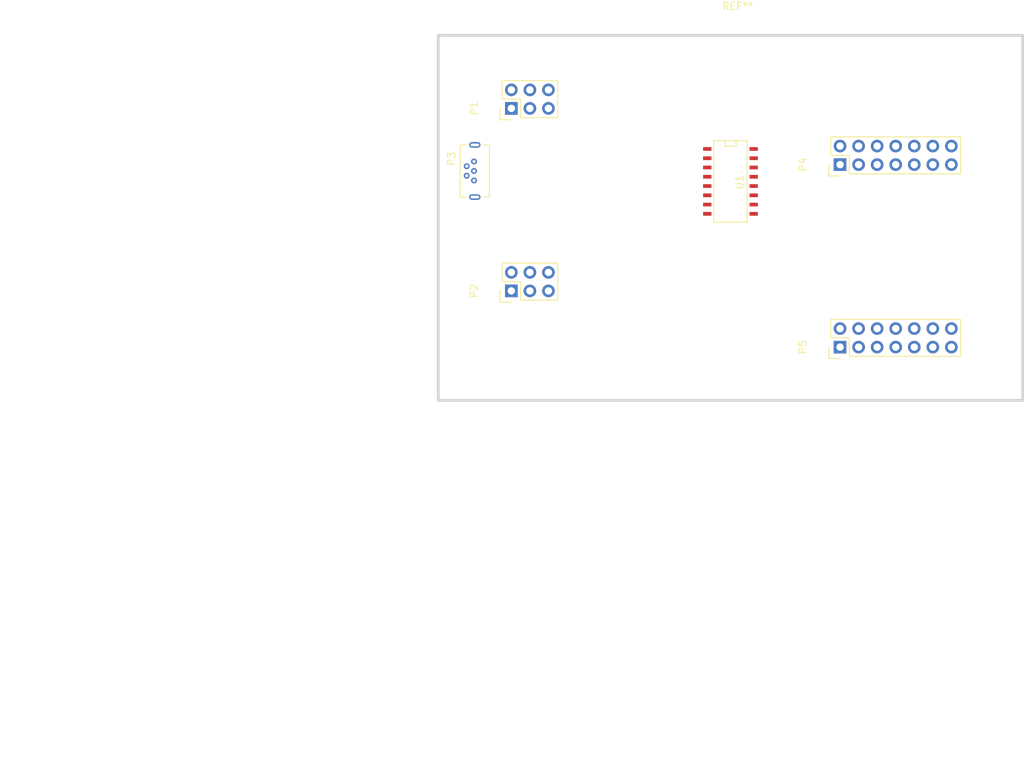
<source format=kicad_pcb>
(kicad_pcb (version 4) (host pcbnew 4.0.5+dfsg1-4)

  (general
    (links 22)
    (no_connects 22)
    (area 40 41.25 160.390341 128.350001)
    (thickness 1.6)
    (drawings 11)
    (tracks 0)
    (zones 0)
    (modules 7)
    (nets 19)
  )

  (page A4)
  (title_block
    (title "Backplane for UppSense")
    (date 2017-06-20)
    (rev 1.0)
    (company "Uppsala University")
  )

  (layers
    (0 F.Cu signal)
    (31 B.Cu signal)
    (32 B.Adhes user)
    (33 F.Adhes user)
    (34 B.Paste user)
    (35 F.Paste user)
    (36 B.SilkS user)
    (37 F.SilkS user)
    (38 B.Mask user)
    (39 F.Mask user)
    (40 Dwgs.User user)
    (41 Cmts.User user)
    (42 Eco1.User user)
    (43 Eco2.User user)
    (44 Edge.Cuts user)
    (45 Margin user)
    (46 B.CrtYd user)
    (47 F.CrtYd user)
    (48 B.Fab user)
    (49 F.Fab user)
  )

  (setup
    (last_trace_width 0.25)
    (trace_clearance 0.2)
    (zone_clearance 0.508)
    (zone_45_only no)
    (trace_min 0.2)
    (segment_width 0.2)
    (edge_width 0.15)
    (via_size 0.6)
    (via_drill 0.4)
    (via_min_size 0.4)
    (via_min_drill 0.3)
    (uvia_size 0.3)
    (uvia_drill 0.1)
    (uvias_allowed no)
    (uvia_min_size 0.2)
    (uvia_min_drill 0.1)
    (pcb_text_width 0.3)
    (pcb_text_size 1.5 1.5)
    (mod_edge_width 0.15)
    (mod_text_size 1 1)
    (mod_text_width 0.15)
    (pad_size 1.524 1.524)
    (pad_drill 0.762)
    (pad_to_mask_clearance 0.2)
    (aux_axis_origin 0 0)
    (visible_elements FFFFFF7F)
    (pcbplotparams
      (layerselection 0x00030_80000001)
      (usegerberextensions false)
      (excludeedgelayer true)
      (linewidth 0.100000)
      (plotframeref false)
      (viasonmask false)
      (mode 1)
      (useauxorigin false)
      (hpglpennumber 1)
      (hpglpenspeed 20)
      (hpglpendiameter 15)
      (hpglpenoverlay 2)
      (psnegative false)
      (psa4output false)
      (plotreference true)
      (plotvalue true)
      (plotinvisibletext false)
      (padsonsilk false)
      (subtractmaskfromsilk false)
      (outputformat 1)
      (mirror false)
      (drillshape 1)
      (scaleselection 1)
      (outputdirectory ""))
  )

  (net 0 "")
  (net 1 GND)
  (net 2 ADC1)
  (net 3 ADC2)
  (net 4 DAC1)
  (net 5 ADC3)
  (net 6 DAC2)
  (net 7 GPIO1)
  (net 8 GPIO2)
  (net 9 I2C_SCL)
  (net 10 GPIO3)
  (net 11 I2C_SDA)
  (net 12 GPIO4)
  (net 13 UART_TX)
  (net 14 5V)
  (net 15 ADC4)
  (net 16 GPIO0)
  (net 17 UART_RX)
  (net 18 nRST)

  (net_class Default "This is the default net class."
    (clearance 0.2)
    (trace_width 0.25)
    (via_dia 0.6)
    (via_drill 0.4)
    (uvia_dia 0.3)
    (uvia_drill 0.1)
    (add_net 5V)
    (add_net ADC1)
    (add_net ADC2)
    (add_net ADC3)
    (add_net ADC4)
    (add_net DAC1)
    (add_net DAC2)
    (add_net GND)
    (add_net GPIO0)
    (add_net GPIO1)
    (add_net GPIO2)
    (add_net GPIO3)
    (add_net GPIO4)
    (add_net I2C_SCL)
    (add_net I2C_SDA)
    (add_net UART_RX)
    (add_net UART_TX)
    (add_net nRST)
  )

  (module Pin_Headers:Pin_Header_Straight_2x03 (layer F.Cu) (tedit 54EA0A4B) (tstamp 5950C895)
    (at 120 80 90)
    (descr "Through hole pin header")
    (tags "pin header")
    (path /594F86D2)
    (fp_text reference P1 (at 0 -5.1 90) (layer F.SilkS)
      (effects (font (size 1 1) (thickness 0.15)))
    )
    (fp_text value CONN_02X03 (at 0 -3.1 90) (layer F.Fab)
      (effects (font (size 1 1) (thickness 0.15)))
    )
    (fp_line (start -1.27 1.27) (end -1.27 6.35) (layer F.SilkS) (width 0.15))
    (fp_line (start -1.55 -1.55) (end 0 -1.55) (layer F.SilkS) (width 0.15))
    (fp_line (start -1.75 -1.75) (end -1.75 6.85) (layer F.CrtYd) (width 0.05))
    (fp_line (start 4.3 -1.75) (end 4.3 6.85) (layer F.CrtYd) (width 0.05))
    (fp_line (start -1.75 -1.75) (end 4.3 -1.75) (layer F.CrtYd) (width 0.05))
    (fp_line (start -1.75 6.85) (end 4.3 6.85) (layer F.CrtYd) (width 0.05))
    (fp_line (start 1.27 -1.27) (end 1.27 1.27) (layer F.SilkS) (width 0.15))
    (fp_line (start 1.27 1.27) (end -1.27 1.27) (layer F.SilkS) (width 0.15))
    (fp_line (start -1.27 6.35) (end 3.81 6.35) (layer F.SilkS) (width 0.15))
    (fp_line (start 3.81 6.35) (end 3.81 1.27) (layer F.SilkS) (width 0.15))
    (fp_line (start -1.55 -1.55) (end -1.55 0) (layer F.SilkS) (width 0.15))
    (fp_line (start 3.81 -1.27) (end 1.27 -1.27) (layer F.SilkS) (width 0.15))
    (fp_line (start 3.81 1.27) (end 3.81 -1.27) (layer F.SilkS) (width 0.15))
    (pad 1 thru_hole rect (at 0 0 90) (size 1.7272 1.7272) (drill 1.016) (layers *.Cu *.Mask)
      (net 14 5V))
    (pad 2 thru_hole oval (at 2.54 0 90) (size 1.7272 1.7272) (drill 1.016) (layers *.Cu *.Mask)
      (net 1 GND))
    (pad 3 thru_hole oval (at 0 2.54 90) (size 1.7272 1.7272) (drill 1.016) (layers *.Cu *.Mask)
      (net 2 ADC1))
    (pad 4 thru_hole oval (at 2.54 2.54 90) (size 1.7272 1.7272) (drill 1.016) (layers *.Cu *.Mask)
      (net 5 ADC3))
    (pad 5 thru_hole oval (at 0 5.08 90) (size 1.7272 1.7272) (drill 1.016) (layers *.Cu *.Mask)
      (net 3 ADC2))
    (pad 6 thru_hole oval (at 2.54 5.08 90) (size 1.7272 1.7272) (drill 1.016) (layers *.Cu *.Mask)
      (net 15 ADC4))
    (model Pin_Headers.3dshapes/Pin_Header_Straight_2x03.wrl
      (at (xyz 0.05 -0.1 0))
      (scale (xyz 1 1 1))
      (rotate (xyz 0 0 90))
    )
  )

  (module Pin_Headers:Pin_Header_Straight_2x03 (layer F.Cu) (tedit 54EA0A4B) (tstamp 5950C8AC)
    (at 120 105 90)
    (descr "Through hole pin header")
    (tags "pin header")
    (path /594FAFF9)
    (fp_text reference P2 (at 0 -5.1 90) (layer F.SilkS)
      (effects (font (size 1 1) (thickness 0.15)))
    )
    (fp_text value CONN_02X03 (at 0 -3.1 90) (layer F.Fab)
      (effects (font (size 1 1) (thickness 0.15)))
    )
    (fp_line (start -1.27 1.27) (end -1.27 6.35) (layer F.SilkS) (width 0.15))
    (fp_line (start -1.55 -1.55) (end 0 -1.55) (layer F.SilkS) (width 0.15))
    (fp_line (start -1.75 -1.75) (end -1.75 6.85) (layer F.CrtYd) (width 0.05))
    (fp_line (start 4.3 -1.75) (end 4.3 6.85) (layer F.CrtYd) (width 0.05))
    (fp_line (start -1.75 -1.75) (end 4.3 -1.75) (layer F.CrtYd) (width 0.05))
    (fp_line (start -1.75 6.85) (end 4.3 6.85) (layer F.CrtYd) (width 0.05))
    (fp_line (start 1.27 -1.27) (end 1.27 1.27) (layer F.SilkS) (width 0.15))
    (fp_line (start 1.27 1.27) (end -1.27 1.27) (layer F.SilkS) (width 0.15))
    (fp_line (start -1.27 6.35) (end 3.81 6.35) (layer F.SilkS) (width 0.15))
    (fp_line (start 3.81 6.35) (end 3.81 1.27) (layer F.SilkS) (width 0.15))
    (fp_line (start -1.55 -1.55) (end -1.55 0) (layer F.SilkS) (width 0.15))
    (fp_line (start 3.81 -1.27) (end 1.27 -1.27) (layer F.SilkS) (width 0.15))
    (fp_line (start 3.81 1.27) (end 3.81 -1.27) (layer F.SilkS) (width 0.15))
    (pad 1 thru_hole rect (at 0 0 90) (size 1.7272 1.7272) (drill 1.016) (layers *.Cu *.Mask)
      (net 14 5V))
    (pad 2 thru_hole oval (at 2.54 0 90) (size 1.7272 1.7272) (drill 1.016) (layers *.Cu *.Mask)
      (net 1 GND))
    (pad 3 thru_hole oval (at 0 2.54 90) (size 1.7272 1.7272) (drill 1.016) (layers *.Cu *.Mask)
      (net 2 ADC1))
    (pad 4 thru_hole oval (at 2.54 2.54 90) (size 1.7272 1.7272) (drill 1.016) (layers *.Cu *.Mask)
      (net 5 ADC3))
    (pad 5 thru_hole oval (at 0 5.08 90) (size 1.7272 1.7272) (drill 1.016) (layers *.Cu *.Mask)
      (net 3 ADC2))
    (pad 6 thru_hole oval (at 2.54 5.08 90) (size 1.7272 1.7272) (drill 1.016) (layers *.Cu *.Mask)
      (net 15 ADC4))
    (model Pin_Headers.3dshapes/Pin_Header_Straight_2x03.wrl
      (at (xyz 0.05 -0.1 0))
      (scale (xyz 1 1 1))
      (rotate (xyz 0 0 90))
    )
  )

  (module MyUSB:USB3145-30-1-A (layer F.Cu) (tedit 5948FD91) (tstamp 5950C8C1)
    (at 115 85 270)
    (path /5948EBA5)
    (fp_text reference P3 (at 1.905 3.175 270) (layer F.SilkS)
      (effects (font (size 1 1) (thickness 0.15)))
    )
    (fp_text value USB_B (at 6.985 -3.175 270) (layer F.Fab)
      (effects (font (size 1 1) (thickness 0.15)))
    )
    (fp_line (start -0.762 -2.286) (end -0.762 2.286) (layer F.CrtYd) (width 0.05))
    (fp_line (start -0.762 2.286) (end 7.874 2.286) (layer F.CrtYd) (width 0.05))
    (fp_line (start 7.874 2.286) (end 7.874 -2.286) (layer F.CrtYd) (width 0.05))
    (fp_line (start 7.874 -2.286) (end -0.762 -2.286) (layer F.CrtYd) (width 0.05))
    (fp_line (start 7.15 1.175) (end 7.15 1.975) (layer F.SilkS) (width 0.15))
    (fp_line (start 7.15 -2) (end 7.15 -1.2) (layer F.SilkS) (width 0.15))
    (fp_line (start 0 1.175) (end 0 1.975) (layer F.SilkS) (width 0.15))
    (fp_line (start 0 -2) (end 0 -1.2) (layer F.SilkS) (width 0.15))
    (fp_line (start 0 2) (end 7.15 2) (layer F.SilkS) (width 0.15))
    (fp_line (start 0 -2) (end 7.15 -2) (layer F.SilkS) (width 0.15))
    (pad 1 thru_hole circle (at 2.275 0.11 270) (size 0.8 0.8) (drill 0.4) (layers *.Cu *.Mask))
    (pad 4 thru_hole circle (at 4.225 1.11 270) (size 0.8 0.8) (drill 0.4) (layers *.Cu *.Mask))
    (pad 5 thru_hole circle (at 4.875 0.11 270) (size 0.8 0.8) (drill 0.4) (layers *.Cu *.Mask))
    (pad 2 thru_hole circle (at 2.925 1.11 270) (size 0.8 0.8) (drill 0.4) (layers *.Cu *.Mask))
    (pad "" thru_hole oval (at 7.15 0 270) (size 0.75 1.55) (drill oval 0.35 1.15) (layers *.Cu *.Mask))
    (pad "" thru_hole oval (at 0 0 270) (size 0.75 1.55) (drill oval 0.35 1.15) (layers *.Cu *.Mask))
    (pad 3 thru_hole circle (at 3.575 0.11 270) (size 0.8 0.8) (drill 0.4) (layers *.Cu *.Mask))
  )

  (module Pin_Headers:Pin_Header_Straight_2x07 (layer F.Cu) (tedit 0) (tstamp 5950C8DF)
    (at 165 87.7 90)
    (descr "Through hole pin header")
    (tags "pin header")
    (path /594FADC8)
    (fp_text reference P4 (at 0 -5.1 90) (layer F.SilkS)
      (effects (font (size 1 1) (thickness 0.15)))
    )
    (fp_text value CONN_02X07 (at 0 -3.1 90) (layer F.Fab)
      (effects (font (size 1 1) (thickness 0.15)))
    )
    (fp_line (start -1.75 -1.75) (end -1.75 17) (layer F.CrtYd) (width 0.05))
    (fp_line (start 4.3 -1.75) (end 4.3 17) (layer F.CrtYd) (width 0.05))
    (fp_line (start -1.75 -1.75) (end 4.3 -1.75) (layer F.CrtYd) (width 0.05))
    (fp_line (start -1.75 17) (end 4.3 17) (layer F.CrtYd) (width 0.05))
    (fp_line (start 3.81 16.51) (end 3.81 -1.27) (layer F.SilkS) (width 0.15))
    (fp_line (start -1.27 1.27) (end -1.27 16.51) (layer F.SilkS) (width 0.15))
    (fp_line (start 3.81 16.51) (end -1.27 16.51) (layer F.SilkS) (width 0.15))
    (fp_line (start 3.81 -1.27) (end 1.27 -1.27) (layer F.SilkS) (width 0.15))
    (fp_line (start 0 -1.55) (end -1.55 -1.55) (layer F.SilkS) (width 0.15))
    (fp_line (start 1.27 -1.27) (end 1.27 1.27) (layer F.SilkS) (width 0.15))
    (fp_line (start 1.27 1.27) (end -1.27 1.27) (layer F.SilkS) (width 0.15))
    (fp_line (start -1.55 -1.55) (end -1.55 0) (layer F.SilkS) (width 0.15))
    (pad 1 thru_hole rect (at 0 0 90) (size 1.7272 1.7272) (drill 1.016) (layers *.Cu *.Mask)
      (net 14 5V))
    (pad 2 thru_hole oval (at 2.54 0 90) (size 1.7272 1.7272) (drill 1.016) (layers *.Cu *.Mask)
      (net 16 GPIO0))
    (pad 3 thru_hole oval (at 0 2.54 90) (size 1.7272 1.7272) (drill 1.016) (layers *.Cu *.Mask)
      (net 1 GND))
    (pad 4 thru_hole oval (at 2.54 2.54 90) (size 1.7272 1.7272) (drill 1.016) (layers *.Cu *.Mask)
      (net 7 GPIO1))
    (pad 5 thru_hole oval (at 0 5.08 90) (size 1.7272 1.7272) (drill 1.016) (layers *.Cu *.Mask)
      (net 9 I2C_SCL))
    (pad 6 thru_hole oval (at 2.54 5.08 90) (size 1.7272 1.7272) (drill 1.016) (layers *.Cu *.Mask)
      (net 8 GPIO2))
    (pad 7 thru_hole oval (at 0 7.62 90) (size 1.7272 1.7272) (drill 1.016) (layers *.Cu *.Mask)
      (net 11 I2C_SDA))
    (pad 8 thru_hole oval (at 2.54 7.62 90) (size 1.7272 1.7272) (drill 1.016) (layers *.Cu *.Mask)
      (net 10 GPIO3))
    (pad 9 thru_hole oval (at 0 10.16 90) (size 1.7272 1.7272) (drill 1.016) (layers *.Cu *.Mask)
      (net 13 UART_TX))
    (pad 10 thru_hole oval (at 2.54 10.16 90) (size 1.7272 1.7272) (drill 1.016) (layers *.Cu *.Mask)
      (net 12 GPIO4))
    (pad 11 thru_hole oval (at 0 12.7 90) (size 1.7272 1.7272) (drill 1.016) (layers *.Cu *.Mask)
      (net 17 UART_RX))
    (pad 12 thru_hole oval (at 2.54 12.7 90) (size 1.7272 1.7272) (drill 1.016) (layers *.Cu *.Mask)
      (net 18 nRST))
    (pad 13 thru_hole oval (at 0 15.24 90) (size 1.7272 1.7272) (drill 1.016) (layers *.Cu *.Mask)
      (net 4 DAC1))
    (pad 14 thru_hole oval (at 2.54 15.24 90) (size 1.7272 1.7272) (drill 1.016) (layers *.Cu *.Mask)
      (net 6 DAC2))
    (model Pin_Headers.3dshapes/Pin_Header_Straight_2x07.wrl
      (at (xyz 0.05 -0.3 0))
      (scale (xyz 1 1 1))
      (rotate (xyz 0 0 90))
    )
  )

  (module Pin_Headers:Pin_Header_Straight_2x07 (layer F.Cu) (tedit 0) (tstamp 5950C8FD)
    (at 165 112.7 90)
    (descr "Through hole pin header")
    (tags "pin header")
    (path /594FAEEA)
    (fp_text reference P5 (at 0 -5.1 90) (layer F.SilkS)
      (effects (font (size 1 1) (thickness 0.15)))
    )
    (fp_text value CONN_02X07 (at 0 -3.1 90) (layer F.Fab)
      (effects (font (size 1 1) (thickness 0.15)))
    )
    (fp_line (start -1.75 -1.75) (end -1.75 17) (layer F.CrtYd) (width 0.05))
    (fp_line (start 4.3 -1.75) (end 4.3 17) (layer F.CrtYd) (width 0.05))
    (fp_line (start -1.75 -1.75) (end 4.3 -1.75) (layer F.CrtYd) (width 0.05))
    (fp_line (start -1.75 17) (end 4.3 17) (layer F.CrtYd) (width 0.05))
    (fp_line (start 3.81 16.51) (end 3.81 -1.27) (layer F.SilkS) (width 0.15))
    (fp_line (start -1.27 1.27) (end -1.27 16.51) (layer F.SilkS) (width 0.15))
    (fp_line (start 3.81 16.51) (end -1.27 16.51) (layer F.SilkS) (width 0.15))
    (fp_line (start 3.81 -1.27) (end 1.27 -1.27) (layer F.SilkS) (width 0.15))
    (fp_line (start 0 -1.55) (end -1.55 -1.55) (layer F.SilkS) (width 0.15))
    (fp_line (start 1.27 -1.27) (end 1.27 1.27) (layer F.SilkS) (width 0.15))
    (fp_line (start 1.27 1.27) (end -1.27 1.27) (layer F.SilkS) (width 0.15))
    (fp_line (start -1.55 -1.55) (end -1.55 0) (layer F.SilkS) (width 0.15))
    (pad 1 thru_hole rect (at 0 0 90) (size 1.7272 1.7272) (drill 1.016) (layers *.Cu *.Mask)
      (net 14 5V))
    (pad 2 thru_hole oval (at 2.54 0 90) (size 1.7272 1.7272) (drill 1.016) (layers *.Cu *.Mask)
      (net 16 GPIO0))
    (pad 3 thru_hole oval (at 0 2.54 90) (size 1.7272 1.7272) (drill 1.016) (layers *.Cu *.Mask)
      (net 1 GND))
    (pad 4 thru_hole oval (at 2.54 2.54 90) (size 1.7272 1.7272) (drill 1.016) (layers *.Cu *.Mask)
      (net 7 GPIO1))
    (pad 5 thru_hole oval (at 0 5.08 90) (size 1.7272 1.7272) (drill 1.016) (layers *.Cu *.Mask)
      (net 9 I2C_SCL))
    (pad 6 thru_hole oval (at 2.54 5.08 90) (size 1.7272 1.7272) (drill 1.016) (layers *.Cu *.Mask)
      (net 8 GPIO2))
    (pad 7 thru_hole oval (at 0 7.62 90) (size 1.7272 1.7272) (drill 1.016) (layers *.Cu *.Mask)
      (net 11 I2C_SDA))
    (pad 8 thru_hole oval (at 2.54 7.62 90) (size 1.7272 1.7272) (drill 1.016) (layers *.Cu *.Mask)
      (net 10 GPIO3))
    (pad 9 thru_hole oval (at 0 10.16 90) (size 1.7272 1.7272) (drill 1.016) (layers *.Cu *.Mask)
      (net 13 UART_TX))
    (pad 10 thru_hole oval (at 2.54 10.16 90) (size 1.7272 1.7272) (drill 1.016) (layers *.Cu *.Mask)
      (net 12 GPIO4))
    (pad 11 thru_hole oval (at 0 12.7 90) (size 1.7272 1.7272) (drill 1.016) (layers *.Cu *.Mask)
      (net 17 UART_RX))
    (pad 12 thru_hole oval (at 2.54 12.7 90) (size 1.7272 1.7272) (drill 1.016) (layers *.Cu *.Mask)
      (net 18 nRST))
    (pad 13 thru_hole oval (at 0 15.24 90) (size 1.7272 1.7272) (drill 1.016) (layers *.Cu *.Mask)
      (net 4 DAC1))
    (pad 14 thru_hole oval (at 2.54 15.24 90) (size 1.7272 1.7272) (drill 1.016) (layers *.Cu *.Mask)
      (net 6 DAC2))
    (model Pin_Headers.3dshapes/Pin_Header_Straight_2x07.wrl
      (at (xyz 0.05 -0.3 0))
      (scale (xyz 1 1 1))
      (rotate (xyz 0 0 90))
    )
  )

  (module SMD_Packages:SO-16-N (layer F.Cu) (tedit 0) (tstamp 5950C918)
    (at 150 90 270)
    (descr "Module CMS SOJ 16 pins large")
    (tags "CMS SOJ")
    (path /594FA4BA)
    (attr smd)
    (fp_text reference U1 (at 0.127 -1.27 270) (layer F.SilkS)
      (effects (font (size 1 1) (thickness 0.15)))
    )
    (fp_text value CH340G (at 0 1.27 270) (layer F.Fab)
      (effects (font (size 1 1) (thickness 0.15)))
    )
    (fp_line (start -5.588 -0.762) (end -4.826 -0.762) (layer F.SilkS) (width 0.15))
    (fp_line (start -4.826 -0.762) (end -4.826 0.762) (layer F.SilkS) (width 0.15))
    (fp_line (start -4.826 0.762) (end -5.588 0.762) (layer F.SilkS) (width 0.15))
    (fp_line (start 5.588 -2.286) (end 5.588 2.286) (layer F.SilkS) (width 0.15))
    (fp_line (start 5.588 2.286) (end -5.588 2.286) (layer F.SilkS) (width 0.15))
    (fp_line (start -5.588 2.286) (end -5.588 -2.286) (layer F.SilkS) (width 0.15))
    (fp_line (start -5.588 -2.286) (end 5.588 -2.286) (layer F.SilkS) (width 0.15))
    (pad 16 smd rect (at -4.445 -3.175 270) (size 0.508 1.143) (layers F.Cu F.Paste F.Mask))
    (pad 14 smd rect (at -1.905 -3.175 270) (size 0.508 1.143) (layers F.Cu F.Paste F.Mask))
    (pad 13 smd rect (at -0.635 -3.175 270) (size 0.508 1.143) (layers F.Cu F.Paste F.Mask))
    (pad 12 smd rect (at 0.635 -3.175 270) (size 0.508 1.143) (layers F.Cu F.Paste F.Mask))
    (pad 11 smd rect (at 1.905 -3.175 270) (size 0.508 1.143) (layers F.Cu F.Paste F.Mask))
    (pad 10 smd rect (at 3.175 -3.175 270) (size 0.508 1.143) (layers F.Cu F.Paste F.Mask))
    (pad 9 smd rect (at 4.445 -3.175 270) (size 0.508 1.143) (layers F.Cu F.Paste F.Mask))
    (pad 8 smd rect (at 4.445 3.175 270) (size 0.508 1.143) (layers F.Cu F.Paste F.Mask))
    (pad 7 smd rect (at 3.175 3.175 270) (size 0.508 1.143) (layers F.Cu F.Paste F.Mask))
    (pad 6 smd rect (at 1.905 3.175 270) (size 0.508 1.143) (layers F.Cu F.Paste F.Mask))
    (pad 5 smd rect (at 0.635 3.175 270) (size 0.508 1.143) (layers F.Cu F.Paste F.Mask))
    (pad 4 smd rect (at -0.635 3.175 270) (size 0.508 1.143) (layers F.Cu F.Paste F.Mask))
    (pad 3 smd rect (at -1.905 3.175 270) (size 0.508 1.143) (layers F.Cu F.Paste F.Mask))
    (pad 2 smd rect (at -3.175 3.175 270) (size 0.508 1.143) (layers F.Cu F.Paste F.Mask))
    (pad 1 smd rect (at -4.445 3.175 270) (size 0.508 1.143) (layers F.Cu F.Paste F.Mask))
    (pad 15 smd rect (at -3.175 -3.175 270) (size 0.508 1.143) (layers F.Cu F.Paste F.Mask))
    (model SMD_Packages.3dshapes/SO-16-N.wrl
      (at (xyz 0 0 0))
      (scale (xyz 0.5 0.4 0.5))
      (rotate (xyz 0 0 0))
    )
  )

  (module EuroBoard_Outline:EuroBoard_viertel_Type-I_80mmX50mm_holes (layer F.Cu) (tedit 0) (tstamp 5951362E)
    (at 110 120)
    (descr "Outline, Eurocard 1/4, Type I,  80x50mm, with holes 3,5mm,")
    (tags "Outline, Eurocard 1/4, Type I, 80x50mm, with holes 3,5mm,")
    (fp_text reference REF** (at 41.00068 -54.0004) (layer F.SilkS)
      (effects (font (size 1 1) (thickness 0.15)))
    )
    (fp_text value EuroBoard_viertel_Type-I_80mmX50mm_holes (at 41.9989 5.00126) (layer F.Fab)
      (effects (font (size 1 1) (thickness 0.15)))
    )
    (fp_line (start 0 0) (end 0 -49.9999) (layer Edge.Cuts) (width 0.381))
    (fp_line (start 0 -49.9999) (end 79.99984 -49.9999) (layer Edge.Cuts) (width 0.381))
    (fp_line (start 79.99984 -49.9999) (end 79.99984 0) (layer Edge.Cuts) (width 0.381))
    (fp_line (start 79.99984 0) (end 0 0) (layer Edge.Cuts) (width 0.381))
    (pad "" np_thru_hole circle (at 5.00126 -5.00126) (size 3.50012 3.50012) (drill 3.50012) (layers *.Cu *.Mask))
    (pad "" np_thru_hole circle (at 5.00126 -45.00118) (size 3.50012 3.50012) (drill 3.50012) (layers *.Cu *.Mask))
    (pad "" np_thru_hole circle (at 75.00112 -45.00118) (size 3.50012 3.50012) (drill 3.50012) (layers *.Cu *.Mask))
    (pad "" np_thru_hole circle (at 75.00112 -5.00126) (size 3.50012 3.50012) (drill 3.50012) (layers *.Cu *.Mask))
  )

  (gr_text "This is the distance one has between the\ntwo boards minus the board thickness and\nthe highest component.\n" (at 50 85) (layer Dwgs.User)
    (effects (font (size 1.5 1.5) (thickness 0.3)) (justify left))
  )
  (gr_text "The boards, which are plugged in should have the right angeled mates at the\nedge." (at 75 140) (layer Dwgs.User)
    (effects (font (size 1.5 1.5) (thickness 0.3)) (justify left))
  )
  (dimension 7.7 (width 0.3) (layer Dwgs.User)
    (gr_text "7,700 mm" (at 169 108 270) (layer Dwgs.User)
      (effects (font (size 1.5 1.5) (thickness 0.3)))
    )
    (feature1 (pts (xy 120 112.7) (xy 167.7 112.7)))
    (feature2 (pts (xy 120 105) (xy 167.7 105)))
    (crossbar (pts (xy 165 105) (xy 165 112.7)))
    (arrow1a (pts (xy 165 112.7) (xy 164.413579 111.573496)))
    (arrow1b (pts (xy 165 112.7) (xy 165.586421 111.573496)))
    (arrow2a (pts (xy 165 105) (xy 164.413579 106.126504)))
    (arrow2b (pts (xy 165 105) (xy 165.586421 106.126504)))
  )
  (dimension 7.7 (width 0.3) (layer Dwgs.User)
    (gr_text "7,700 mm" (at 169 83 270) (layer Dwgs.User)
      (effects (font (size 1.5 1.5) (thickness 0.3)))
    )
    (feature1 (pts (xy 120 87.7) (xy 167.7 87.7)))
    (feature2 (pts (xy 120 80) (xy 167.7 80)))
    (crossbar (pts (xy 165 80) (xy 165 87.7)))
    (arrow1a (pts (xy 165 87.7) (xy 164.413579 86.573496)))
    (arrow1b (pts (xy 165 87.7) (xy 165.586421 86.573496)))
    (arrow2a (pts (xy 165 80) (xy 164.413579 81.126504)))
    (arrow2b (pts (xy 165 80) (xy 165.586421 81.126504)))
  )
  (dimension 25 (width 0.3) (layer Dwgs.User)
    (gr_text "25,000 mm" (at 177.5 123.05) (layer Dwgs.User)
      (effects (font (size 1.5 1.5) (thickness 0.3)))
    )
    (feature1 (pts (xy 190 112.7) (xy 190 124.4)))
    (feature2 (pts (xy 165 112.7) (xy 165 124.4)))
    (crossbar (pts (xy 165 121.7) (xy 190 121.7)))
    (arrow1a (pts (xy 190 121.7) (xy 188.873496 122.286421)))
    (arrow1b (pts (xy 190 121.7) (xy 188.873496 121.113579)))
    (arrow2a (pts (xy 165 121.7) (xy 166.126504 122.286421)))
    (arrow2b (pts (xy 165 121.7) (xy 166.126504 121.113579)))
  )
  (dimension 10 (width 0.3) (layer Dwgs.User)
    (gr_text "10,000 mm" (at 115 65) (layer Dwgs.User)
      (effects (font (size 1.5 1.5) (thickness 0.3)))
    )
    (feature1 (pts (xy 110 80) (xy 110 67.3)))
    (feature2 (pts (xy 120 80) (xy 120 67.3)))
    (crossbar (pts (xy 120 70) (xy 110 70)))
    (arrow1a (pts (xy 110 70) (xy 111.126504 69.413579)))
    (arrow1b (pts (xy 110 70) (xy 111.126504 70.586421)))
    (arrow2a (pts (xy 120 70) (xy 118.873496 69.413579)))
    (arrow2b (pts (xy 120 70) (xy 118.873496 70.586421)))
  )
  (dimension 25 (width 0.3) (layer Dwgs.User)
    (gr_text "25,000 mm" (at 103.65 92.5 270) (layer Dwgs.User)
      (effects (font (size 1.5 1.5) (thickness 0.3)))
    )
    (feature1 (pts (xy 120 105) (xy 102.3 105)))
    (feature2 (pts (xy 120 80) (xy 102.3 80)))
    (crossbar (pts (xy 105 80) (xy 105 105)))
    (arrow1a (pts (xy 105 105) (xy 104.413579 103.873496)))
    (arrow1b (pts (xy 105 105) (xy 105.586421 103.873496)))
    (arrow2a (pts (xy 105 80) (xy 104.413579 81.126504)))
    (arrow2b (pts (xy 105 80) (xy 105.586421 81.126504)))
  )
  (dimension 5 (width 0.3) (layer Dwgs.User)
    (gr_text "5,000 mm" (at 103 118 270) (layer Dwgs.User)
      (effects (font (size 1.5 1.5) (thickness 0.3)))
    )
    (feature1 (pts (xy 115 120) (xy 104.3 120)))
    (feature2 (pts (xy 115 115) (xy 104.3 115)))
    (crossbar (pts (xy 107 115) (xy 107 120)))
    (arrow1a (pts (xy 107 120) (xy 106.413579 118.873496)))
    (arrow1b (pts (xy 107 120) (xy 107.586421 118.873496)))
    (arrow2a (pts (xy 107 115) (xy 106.413579 116.126504)))
    (arrow2b (pts (xy 107 115) (xy 107.586421 116.126504)))
  )
  (dimension 5 (width 0.3) (layer Dwgs.User)
    (gr_text "5,000 mm" (at 113 127) (layer Dwgs.User)
      (effects (font (size 1.5 1.5) (thickness 0.3)))
    )
    (feature1 (pts (xy 110 115) (xy 110 125.7)))
    (feature2 (pts (xy 115 115) (xy 115 125.7)))
    (crossbar (pts (xy 115 123) (xy 110 123)))
    (arrow1a (pts (xy 110 123) (xy 111.126504 122.413579)))
    (arrow1b (pts (xy 110 123) (xy 111.126504 123.586421)))
    (arrow2a (pts (xy 115 123) (xy 113.873496 122.413579)))
    (arrow2b (pts (xy 115 123) (xy 113.873496 123.586421)))
  )
  (gr_text "Connectors are in an offset arrangement towards each other. This enables putting\none 90° angled connector above and one below the board -> more mechanical\nstability. Disadvantage: PCB thickness determines layout of backplane." (at 75 150) (layer Dwgs.User)
    (effects (font (size 1.5 1.5) (thickness 0.3)) (justify left))
  )
  (gr_text "+	2 x Distance PCB-1stRow-TSW-109-XX-G-D-RA, 1.78 mm\n+	PCB Thickness, 1.6 mm		\n+ 	Pitch, 2.54 mm\n-----------------------------------------\n7.7 mm\n						" (at 75 165) (layer Dwgs.User)
    (effects (font (size 1.5 1.5) (thickness 0.3)) (justify left))
  )

)

</source>
